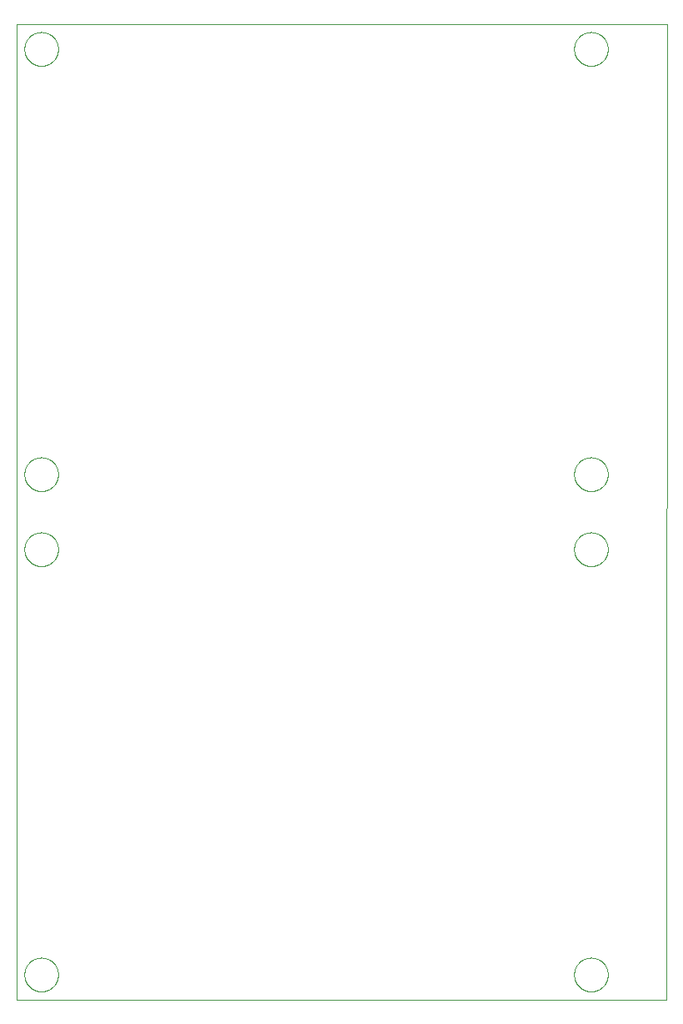
<source format=gbo>
G75*
%MOIN*%
%OFA0B0*%
%FSLAX25Y25*%
%IPPOS*%
%LPD*%
%AMOC8*
5,1,8,0,0,1.08239X$1,22.5*
%
%ADD10C,0.00000*%
D10*
X0001000Y0001000D02*
X0001039Y0391000D01*
X0261472Y0390961D01*
X0261000Y0001000D01*
X0001000Y0001000D01*
X0004250Y0011000D02*
X0004252Y0011166D01*
X0004258Y0011331D01*
X0004268Y0011497D01*
X0004283Y0011662D01*
X0004301Y0011826D01*
X0004323Y0011990D01*
X0004349Y0012154D01*
X0004380Y0012317D01*
X0004414Y0012479D01*
X0004452Y0012640D01*
X0004495Y0012800D01*
X0004541Y0012959D01*
X0004591Y0013117D01*
X0004645Y0013274D01*
X0004702Y0013429D01*
X0004764Y0013583D01*
X0004829Y0013735D01*
X0004898Y0013886D01*
X0004971Y0014035D01*
X0005047Y0014182D01*
X0005127Y0014327D01*
X0005210Y0014470D01*
X0005297Y0014611D01*
X0005388Y0014750D01*
X0005481Y0014887D01*
X0005578Y0015021D01*
X0005679Y0015153D01*
X0005782Y0015282D01*
X0005889Y0015409D01*
X0005999Y0015533D01*
X0006111Y0015654D01*
X0006227Y0015773D01*
X0006346Y0015889D01*
X0006467Y0016001D01*
X0006591Y0016111D01*
X0006718Y0016218D01*
X0006847Y0016321D01*
X0006979Y0016422D01*
X0007113Y0016519D01*
X0007250Y0016612D01*
X0007389Y0016703D01*
X0007530Y0016790D01*
X0007673Y0016873D01*
X0007818Y0016953D01*
X0007965Y0017029D01*
X0008114Y0017102D01*
X0008265Y0017171D01*
X0008417Y0017236D01*
X0008571Y0017298D01*
X0008726Y0017355D01*
X0008883Y0017409D01*
X0009041Y0017459D01*
X0009200Y0017505D01*
X0009360Y0017548D01*
X0009521Y0017586D01*
X0009683Y0017620D01*
X0009846Y0017651D01*
X0010010Y0017677D01*
X0010174Y0017699D01*
X0010338Y0017717D01*
X0010503Y0017732D01*
X0010669Y0017742D01*
X0010834Y0017748D01*
X0011000Y0017750D01*
X0011166Y0017748D01*
X0011331Y0017742D01*
X0011497Y0017732D01*
X0011662Y0017717D01*
X0011826Y0017699D01*
X0011990Y0017677D01*
X0012154Y0017651D01*
X0012317Y0017620D01*
X0012479Y0017586D01*
X0012640Y0017548D01*
X0012800Y0017505D01*
X0012959Y0017459D01*
X0013117Y0017409D01*
X0013274Y0017355D01*
X0013429Y0017298D01*
X0013583Y0017236D01*
X0013735Y0017171D01*
X0013886Y0017102D01*
X0014035Y0017029D01*
X0014182Y0016953D01*
X0014327Y0016873D01*
X0014470Y0016790D01*
X0014611Y0016703D01*
X0014750Y0016612D01*
X0014887Y0016519D01*
X0015021Y0016422D01*
X0015153Y0016321D01*
X0015282Y0016218D01*
X0015409Y0016111D01*
X0015533Y0016001D01*
X0015654Y0015889D01*
X0015773Y0015773D01*
X0015889Y0015654D01*
X0016001Y0015533D01*
X0016111Y0015409D01*
X0016218Y0015282D01*
X0016321Y0015153D01*
X0016422Y0015021D01*
X0016519Y0014887D01*
X0016612Y0014750D01*
X0016703Y0014611D01*
X0016790Y0014470D01*
X0016873Y0014327D01*
X0016953Y0014182D01*
X0017029Y0014035D01*
X0017102Y0013886D01*
X0017171Y0013735D01*
X0017236Y0013583D01*
X0017298Y0013429D01*
X0017355Y0013274D01*
X0017409Y0013117D01*
X0017459Y0012959D01*
X0017505Y0012800D01*
X0017548Y0012640D01*
X0017586Y0012479D01*
X0017620Y0012317D01*
X0017651Y0012154D01*
X0017677Y0011990D01*
X0017699Y0011826D01*
X0017717Y0011662D01*
X0017732Y0011497D01*
X0017742Y0011331D01*
X0017748Y0011166D01*
X0017750Y0011000D01*
X0017748Y0010834D01*
X0017742Y0010669D01*
X0017732Y0010503D01*
X0017717Y0010338D01*
X0017699Y0010174D01*
X0017677Y0010010D01*
X0017651Y0009846D01*
X0017620Y0009683D01*
X0017586Y0009521D01*
X0017548Y0009360D01*
X0017505Y0009200D01*
X0017459Y0009041D01*
X0017409Y0008883D01*
X0017355Y0008726D01*
X0017298Y0008571D01*
X0017236Y0008417D01*
X0017171Y0008265D01*
X0017102Y0008114D01*
X0017029Y0007965D01*
X0016953Y0007818D01*
X0016873Y0007673D01*
X0016790Y0007530D01*
X0016703Y0007389D01*
X0016612Y0007250D01*
X0016519Y0007113D01*
X0016422Y0006979D01*
X0016321Y0006847D01*
X0016218Y0006718D01*
X0016111Y0006591D01*
X0016001Y0006467D01*
X0015889Y0006346D01*
X0015773Y0006227D01*
X0015654Y0006111D01*
X0015533Y0005999D01*
X0015409Y0005889D01*
X0015282Y0005782D01*
X0015153Y0005679D01*
X0015021Y0005578D01*
X0014887Y0005481D01*
X0014750Y0005388D01*
X0014611Y0005297D01*
X0014470Y0005210D01*
X0014327Y0005127D01*
X0014182Y0005047D01*
X0014035Y0004971D01*
X0013886Y0004898D01*
X0013735Y0004829D01*
X0013583Y0004764D01*
X0013429Y0004702D01*
X0013274Y0004645D01*
X0013117Y0004591D01*
X0012959Y0004541D01*
X0012800Y0004495D01*
X0012640Y0004452D01*
X0012479Y0004414D01*
X0012317Y0004380D01*
X0012154Y0004349D01*
X0011990Y0004323D01*
X0011826Y0004301D01*
X0011662Y0004283D01*
X0011497Y0004268D01*
X0011331Y0004258D01*
X0011166Y0004252D01*
X0011000Y0004250D01*
X0010834Y0004252D01*
X0010669Y0004258D01*
X0010503Y0004268D01*
X0010338Y0004283D01*
X0010174Y0004301D01*
X0010010Y0004323D01*
X0009846Y0004349D01*
X0009683Y0004380D01*
X0009521Y0004414D01*
X0009360Y0004452D01*
X0009200Y0004495D01*
X0009041Y0004541D01*
X0008883Y0004591D01*
X0008726Y0004645D01*
X0008571Y0004702D01*
X0008417Y0004764D01*
X0008265Y0004829D01*
X0008114Y0004898D01*
X0007965Y0004971D01*
X0007818Y0005047D01*
X0007673Y0005127D01*
X0007530Y0005210D01*
X0007389Y0005297D01*
X0007250Y0005388D01*
X0007113Y0005481D01*
X0006979Y0005578D01*
X0006847Y0005679D01*
X0006718Y0005782D01*
X0006591Y0005889D01*
X0006467Y0005999D01*
X0006346Y0006111D01*
X0006227Y0006227D01*
X0006111Y0006346D01*
X0005999Y0006467D01*
X0005889Y0006591D01*
X0005782Y0006718D01*
X0005679Y0006847D01*
X0005578Y0006979D01*
X0005481Y0007113D01*
X0005388Y0007250D01*
X0005297Y0007389D01*
X0005210Y0007530D01*
X0005127Y0007673D01*
X0005047Y0007818D01*
X0004971Y0007965D01*
X0004898Y0008114D01*
X0004829Y0008265D01*
X0004764Y0008417D01*
X0004702Y0008571D01*
X0004645Y0008726D01*
X0004591Y0008883D01*
X0004541Y0009041D01*
X0004495Y0009200D01*
X0004452Y0009360D01*
X0004414Y0009521D01*
X0004380Y0009683D01*
X0004349Y0009846D01*
X0004323Y0010010D01*
X0004301Y0010174D01*
X0004283Y0010338D01*
X0004268Y0010503D01*
X0004258Y0010669D01*
X0004252Y0010834D01*
X0004250Y0011000D01*
X0004250Y0181000D02*
X0004252Y0181166D01*
X0004258Y0181331D01*
X0004268Y0181497D01*
X0004283Y0181662D01*
X0004301Y0181826D01*
X0004323Y0181990D01*
X0004349Y0182154D01*
X0004380Y0182317D01*
X0004414Y0182479D01*
X0004452Y0182640D01*
X0004495Y0182800D01*
X0004541Y0182959D01*
X0004591Y0183117D01*
X0004645Y0183274D01*
X0004702Y0183429D01*
X0004764Y0183583D01*
X0004829Y0183735D01*
X0004898Y0183886D01*
X0004971Y0184035D01*
X0005047Y0184182D01*
X0005127Y0184327D01*
X0005210Y0184470D01*
X0005297Y0184611D01*
X0005388Y0184750D01*
X0005481Y0184887D01*
X0005578Y0185021D01*
X0005679Y0185153D01*
X0005782Y0185282D01*
X0005889Y0185409D01*
X0005999Y0185533D01*
X0006111Y0185654D01*
X0006227Y0185773D01*
X0006346Y0185889D01*
X0006467Y0186001D01*
X0006591Y0186111D01*
X0006718Y0186218D01*
X0006847Y0186321D01*
X0006979Y0186422D01*
X0007113Y0186519D01*
X0007250Y0186612D01*
X0007389Y0186703D01*
X0007530Y0186790D01*
X0007673Y0186873D01*
X0007818Y0186953D01*
X0007965Y0187029D01*
X0008114Y0187102D01*
X0008265Y0187171D01*
X0008417Y0187236D01*
X0008571Y0187298D01*
X0008726Y0187355D01*
X0008883Y0187409D01*
X0009041Y0187459D01*
X0009200Y0187505D01*
X0009360Y0187548D01*
X0009521Y0187586D01*
X0009683Y0187620D01*
X0009846Y0187651D01*
X0010010Y0187677D01*
X0010174Y0187699D01*
X0010338Y0187717D01*
X0010503Y0187732D01*
X0010669Y0187742D01*
X0010834Y0187748D01*
X0011000Y0187750D01*
X0011166Y0187748D01*
X0011331Y0187742D01*
X0011497Y0187732D01*
X0011662Y0187717D01*
X0011826Y0187699D01*
X0011990Y0187677D01*
X0012154Y0187651D01*
X0012317Y0187620D01*
X0012479Y0187586D01*
X0012640Y0187548D01*
X0012800Y0187505D01*
X0012959Y0187459D01*
X0013117Y0187409D01*
X0013274Y0187355D01*
X0013429Y0187298D01*
X0013583Y0187236D01*
X0013735Y0187171D01*
X0013886Y0187102D01*
X0014035Y0187029D01*
X0014182Y0186953D01*
X0014327Y0186873D01*
X0014470Y0186790D01*
X0014611Y0186703D01*
X0014750Y0186612D01*
X0014887Y0186519D01*
X0015021Y0186422D01*
X0015153Y0186321D01*
X0015282Y0186218D01*
X0015409Y0186111D01*
X0015533Y0186001D01*
X0015654Y0185889D01*
X0015773Y0185773D01*
X0015889Y0185654D01*
X0016001Y0185533D01*
X0016111Y0185409D01*
X0016218Y0185282D01*
X0016321Y0185153D01*
X0016422Y0185021D01*
X0016519Y0184887D01*
X0016612Y0184750D01*
X0016703Y0184611D01*
X0016790Y0184470D01*
X0016873Y0184327D01*
X0016953Y0184182D01*
X0017029Y0184035D01*
X0017102Y0183886D01*
X0017171Y0183735D01*
X0017236Y0183583D01*
X0017298Y0183429D01*
X0017355Y0183274D01*
X0017409Y0183117D01*
X0017459Y0182959D01*
X0017505Y0182800D01*
X0017548Y0182640D01*
X0017586Y0182479D01*
X0017620Y0182317D01*
X0017651Y0182154D01*
X0017677Y0181990D01*
X0017699Y0181826D01*
X0017717Y0181662D01*
X0017732Y0181497D01*
X0017742Y0181331D01*
X0017748Y0181166D01*
X0017750Y0181000D01*
X0017748Y0180834D01*
X0017742Y0180669D01*
X0017732Y0180503D01*
X0017717Y0180338D01*
X0017699Y0180174D01*
X0017677Y0180010D01*
X0017651Y0179846D01*
X0017620Y0179683D01*
X0017586Y0179521D01*
X0017548Y0179360D01*
X0017505Y0179200D01*
X0017459Y0179041D01*
X0017409Y0178883D01*
X0017355Y0178726D01*
X0017298Y0178571D01*
X0017236Y0178417D01*
X0017171Y0178265D01*
X0017102Y0178114D01*
X0017029Y0177965D01*
X0016953Y0177818D01*
X0016873Y0177673D01*
X0016790Y0177530D01*
X0016703Y0177389D01*
X0016612Y0177250D01*
X0016519Y0177113D01*
X0016422Y0176979D01*
X0016321Y0176847D01*
X0016218Y0176718D01*
X0016111Y0176591D01*
X0016001Y0176467D01*
X0015889Y0176346D01*
X0015773Y0176227D01*
X0015654Y0176111D01*
X0015533Y0175999D01*
X0015409Y0175889D01*
X0015282Y0175782D01*
X0015153Y0175679D01*
X0015021Y0175578D01*
X0014887Y0175481D01*
X0014750Y0175388D01*
X0014611Y0175297D01*
X0014470Y0175210D01*
X0014327Y0175127D01*
X0014182Y0175047D01*
X0014035Y0174971D01*
X0013886Y0174898D01*
X0013735Y0174829D01*
X0013583Y0174764D01*
X0013429Y0174702D01*
X0013274Y0174645D01*
X0013117Y0174591D01*
X0012959Y0174541D01*
X0012800Y0174495D01*
X0012640Y0174452D01*
X0012479Y0174414D01*
X0012317Y0174380D01*
X0012154Y0174349D01*
X0011990Y0174323D01*
X0011826Y0174301D01*
X0011662Y0174283D01*
X0011497Y0174268D01*
X0011331Y0174258D01*
X0011166Y0174252D01*
X0011000Y0174250D01*
X0010834Y0174252D01*
X0010669Y0174258D01*
X0010503Y0174268D01*
X0010338Y0174283D01*
X0010174Y0174301D01*
X0010010Y0174323D01*
X0009846Y0174349D01*
X0009683Y0174380D01*
X0009521Y0174414D01*
X0009360Y0174452D01*
X0009200Y0174495D01*
X0009041Y0174541D01*
X0008883Y0174591D01*
X0008726Y0174645D01*
X0008571Y0174702D01*
X0008417Y0174764D01*
X0008265Y0174829D01*
X0008114Y0174898D01*
X0007965Y0174971D01*
X0007818Y0175047D01*
X0007673Y0175127D01*
X0007530Y0175210D01*
X0007389Y0175297D01*
X0007250Y0175388D01*
X0007113Y0175481D01*
X0006979Y0175578D01*
X0006847Y0175679D01*
X0006718Y0175782D01*
X0006591Y0175889D01*
X0006467Y0175999D01*
X0006346Y0176111D01*
X0006227Y0176227D01*
X0006111Y0176346D01*
X0005999Y0176467D01*
X0005889Y0176591D01*
X0005782Y0176718D01*
X0005679Y0176847D01*
X0005578Y0176979D01*
X0005481Y0177113D01*
X0005388Y0177250D01*
X0005297Y0177389D01*
X0005210Y0177530D01*
X0005127Y0177673D01*
X0005047Y0177818D01*
X0004971Y0177965D01*
X0004898Y0178114D01*
X0004829Y0178265D01*
X0004764Y0178417D01*
X0004702Y0178571D01*
X0004645Y0178726D01*
X0004591Y0178883D01*
X0004541Y0179041D01*
X0004495Y0179200D01*
X0004452Y0179360D01*
X0004414Y0179521D01*
X0004380Y0179683D01*
X0004349Y0179846D01*
X0004323Y0180010D01*
X0004301Y0180174D01*
X0004283Y0180338D01*
X0004268Y0180503D01*
X0004258Y0180669D01*
X0004252Y0180834D01*
X0004250Y0181000D01*
X0004250Y0211000D02*
X0004252Y0211166D01*
X0004258Y0211331D01*
X0004268Y0211497D01*
X0004283Y0211662D01*
X0004301Y0211826D01*
X0004323Y0211990D01*
X0004349Y0212154D01*
X0004380Y0212317D01*
X0004414Y0212479D01*
X0004452Y0212640D01*
X0004495Y0212800D01*
X0004541Y0212959D01*
X0004591Y0213117D01*
X0004645Y0213274D01*
X0004702Y0213429D01*
X0004764Y0213583D01*
X0004829Y0213735D01*
X0004898Y0213886D01*
X0004971Y0214035D01*
X0005047Y0214182D01*
X0005127Y0214327D01*
X0005210Y0214470D01*
X0005297Y0214611D01*
X0005388Y0214750D01*
X0005481Y0214887D01*
X0005578Y0215021D01*
X0005679Y0215153D01*
X0005782Y0215282D01*
X0005889Y0215409D01*
X0005999Y0215533D01*
X0006111Y0215654D01*
X0006227Y0215773D01*
X0006346Y0215889D01*
X0006467Y0216001D01*
X0006591Y0216111D01*
X0006718Y0216218D01*
X0006847Y0216321D01*
X0006979Y0216422D01*
X0007113Y0216519D01*
X0007250Y0216612D01*
X0007389Y0216703D01*
X0007530Y0216790D01*
X0007673Y0216873D01*
X0007818Y0216953D01*
X0007965Y0217029D01*
X0008114Y0217102D01*
X0008265Y0217171D01*
X0008417Y0217236D01*
X0008571Y0217298D01*
X0008726Y0217355D01*
X0008883Y0217409D01*
X0009041Y0217459D01*
X0009200Y0217505D01*
X0009360Y0217548D01*
X0009521Y0217586D01*
X0009683Y0217620D01*
X0009846Y0217651D01*
X0010010Y0217677D01*
X0010174Y0217699D01*
X0010338Y0217717D01*
X0010503Y0217732D01*
X0010669Y0217742D01*
X0010834Y0217748D01*
X0011000Y0217750D01*
X0011166Y0217748D01*
X0011331Y0217742D01*
X0011497Y0217732D01*
X0011662Y0217717D01*
X0011826Y0217699D01*
X0011990Y0217677D01*
X0012154Y0217651D01*
X0012317Y0217620D01*
X0012479Y0217586D01*
X0012640Y0217548D01*
X0012800Y0217505D01*
X0012959Y0217459D01*
X0013117Y0217409D01*
X0013274Y0217355D01*
X0013429Y0217298D01*
X0013583Y0217236D01*
X0013735Y0217171D01*
X0013886Y0217102D01*
X0014035Y0217029D01*
X0014182Y0216953D01*
X0014327Y0216873D01*
X0014470Y0216790D01*
X0014611Y0216703D01*
X0014750Y0216612D01*
X0014887Y0216519D01*
X0015021Y0216422D01*
X0015153Y0216321D01*
X0015282Y0216218D01*
X0015409Y0216111D01*
X0015533Y0216001D01*
X0015654Y0215889D01*
X0015773Y0215773D01*
X0015889Y0215654D01*
X0016001Y0215533D01*
X0016111Y0215409D01*
X0016218Y0215282D01*
X0016321Y0215153D01*
X0016422Y0215021D01*
X0016519Y0214887D01*
X0016612Y0214750D01*
X0016703Y0214611D01*
X0016790Y0214470D01*
X0016873Y0214327D01*
X0016953Y0214182D01*
X0017029Y0214035D01*
X0017102Y0213886D01*
X0017171Y0213735D01*
X0017236Y0213583D01*
X0017298Y0213429D01*
X0017355Y0213274D01*
X0017409Y0213117D01*
X0017459Y0212959D01*
X0017505Y0212800D01*
X0017548Y0212640D01*
X0017586Y0212479D01*
X0017620Y0212317D01*
X0017651Y0212154D01*
X0017677Y0211990D01*
X0017699Y0211826D01*
X0017717Y0211662D01*
X0017732Y0211497D01*
X0017742Y0211331D01*
X0017748Y0211166D01*
X0017750Y0211000D01*
X0017748Y0210834D01*
X0017742Y0210669D01*
X0017732Y0210503D01*
X0017717Y0210338D01*
X0017699Y0210174D01*
X0017677Y0210010D01*
X0017651Y0209846D01*
X0017620Y0209683D01*
X0017586Y0209521D01*
X0017548Y0209360D01*
X0017505Y0209200D01*
X0017459Y0209041D01*
X0017409Y0208883D01*
X0017355Y0208726D01*
X0017298Y0208571D01*
X0017236Y0208417D01*
X0017171Y0208265D01*
X0017102Y0208114D01*
X0017029Y0207965D01*
X0016953Y0207818D01*
X0016873Y0207673D01*
X0016790Y0207530D01*
X0016703Y0207389D01*
X0016612Y0207250D01*
X0016519Y0207113D01*
X0016422Y0206979D01*
X0016321Y0206847D01*
X0016218Y0206718D01*
X0016111Y0206591D01*
X0016001Y0206467D01*
X0015889Y0206346D01*
X0015773Y0206227D01*
X0015654Y0206111D01*
X0015533Y0205999D01*
X0015409Y0205889D01*
X0015282Y0205782D01*
X0015153Y0205679D01*
X0015021Y0205578D01*
X0014887Y0205481D01*
X0014750Y0205388D01*
X0014611Y0205297D01*
X0014470Y0205210D01*
X0014327Y0205127D01*
X0014182Y0205047D01*
X0014035Y0204971D01*
X0013886Y0204898D01*
X0013735Y0204829D01*
X0013583Y0204764D01*
X0013429Y0204702D01*
X0013274Y0204645D01*
X0013117Y0204591D01*
X0012959Y0204541D01*
X0012800Y0204495D01*
X0012640Y0204452D01*
X0012479Y0204414D01*
X0012317Y0204380D01*
X0012154Y0204349D01*
X0011990Y0204323D01*
X0011826Y0204301D01*
X0011662Y0204283D01*
X0011497Y0204268D01*
X0011331Y0204258D01*
X0011166Y0204252D01*
X0011000Y0204250D01*
X0010834Y0204252D01*
X0010669Y0204258D01*
X0010503Y0204268D01*
X0010338Y0204283D01*
X0010174Y0204301D01*
X0010010Y0204323D01*
X0009846Y0204349D01*
X0009683Y0204380D01*
X0009521Y0204414D01*
X0009360Y0204452D01*
X0009200Y0204495D01*
X0009041Y0204541D01*
X0008883Y0204591D01*
X0008726Y0204645D01*
X0008571Y0204702D01*
X0008417Y0204764D01*
X0008265Y0204829D01*
X0008114Y0204898D01*
X0007965Y0204971D01*
X0007818Y0205047D01*
X0007673Y0205127D01*
X0007530Y0205210D01*
X0007389Y0205297D01*
X0007250Y0205388D01*
X0007113Y0205481D01*
X0006979Y0205578D01*
X0006847Y0205679D01*
X0006718Y0205782D01*
X0006591Y0205889D01*
X0006467Y0205999D01*
X0006346Y0206111D01*
X0006227Y0206227D01*
X0006111Y0206346D01*
X0005999Y0206467D01*
X0005889Y0206591D01*
X0005782Y0206718D01*
X0005679Y0206847D01*
X0005578Y0206979D01*
X0005481Y0207113D01*
X0005388Y0207250D01*
X0005297Y0207389D01*
X0005210Y0207530D01*
X0005127Y0207673D01*
X0005047Y0207818D01*
X0004971Y0207965D01*
X0004898Y0208114D01*
X0004829Y0208265D01*
X0004764Y0208417D01*
X0004702Y0208571D01*
X0004645Y0208726D01*
X0004591Y0208883D01*
X0004541Y0209041D01*
X0004495Y0209200D01*
X0004452Y0209360D01*
X0004414Y0209521D01*
X0004380Y0209683D01*
X0004349Y0209846D01*
X0004323Y0210010D01*
X0004301Y0210174D01*
X0004283Y0210338D01*
X0004268Y0210503D01*
X0004258Y0210669D01*
X0004252Y0210834D01*
X0004250Y0211000D01*
X0004250Y0381000D02*
X0004252Y0381166D01*
X0004258Y0381331D01*
X0004268Y0381497D01*
X0004283Y0381662D01*
X0004301Y0381826D01*
X0004323Y0381990D01*
X0004349Y0382154D01*
X0004380Y0382317D01*
X0004414Y0382479D01*
X0004452Y0382640D01*
X0004495Y0382800D01*
X0004541Y0382959D01*
X0004591Y0383117D01*
X0004645Y0383274D01*
X0004702Y0383429D01*
X0004764Y0383583D01*
X0004829Y0383735D01*
X0004898Y0383886D01*
X0004971Y0384035D01*
X0005047Y0384182D01*
X0005127Y0384327D01*
X0005210Y0384470D01*
X0005297Y0384611D01*
X0005388Y0384750D01*
X0005481Y0384887D01*
X0005578Y0385021D01*
X0005679Y0385153D01*
X0005782Y0385282D01*
X0005889Y0385409D01*
X0005999Y0385533D01*
X0006111Y0385654D01*
X0006227Y0385773D01*
X0006346Y0385889D01*
X0006467Y0386001D01*
X0006591Y0386111D01*
X0006718Y0386218D01*
X0006847Y0386321D01*
X0006979Y0386422D01*
X0007113Y0386519D01*
X0007250Y0386612D01*
X0007389Y0386703D01*
X0007530Y0386790D01*
X0007673Y0386873D01*
X0007818Y0386953D01*
X0007965Y0387029D01*
X0008114Y0387102D01*
X0008265Y0387171D01*
X0008417Y0387236D01*
X0008571Y0387298D01*
X0008726Y0387355D01*
X0008883Y0387409D01*
X0009041Y0387459D01*
X0009200Y0387505D01*
X0009360Y0387548D01*
X0009521Y0387586D01*
X0009683Y0387620D01*
X0009846Y0387651D01*
X0010010Y0387677D01*
X0010174Y0387699D01*
X0010338Y0387717D01*
X0010503Y0387732D01*
X0010669Y0387742D01*
X0010834Y0387748D01*
X0011000Y0387750D01*
X0011166Y0387748D01*
X0011331Y0387742D01*
X0011497Y0387732D01*
X0011662Y0387717D01*
X0011826Y0387699D01*
X0011990Y0387677D01*
X0012154Y0387651D01*
X0012317Y0387620D01*
X0012479Y0387586D01*
X0012640Y0387548D01*
X0012800Y0387505D01*
X0012959Y0387459D01*
X0013117Y0387409D01*
X0013274Y0387355D01*
X0013429Y0387298D01*
X0013583Y0387236D01*
X0013735Y0387171D01*
X0013886Y0387102D01*
X0014035Y0387029D01*
X0014182Y0386953D01*
X0014327Y0386873D01*
X0014470Y0386790D01*
X0014611Y0386703D01*
X0014750Y0386612D01*
X0014887Y0386519D01*
X0015021Y0386422D01*
X0015153Y0386321D01*
X0015282Y0386218D01*
X0015409Y0386111D01*
X0015533Y0386001D01*
X0015654Y0385889D01*
X0015773Y0385773D01*
X0015889Y0385654D01*
X0016001Y0385533D01*
X0016111Y0385409D01*
X0016218Y0385282D01*
X0016321Y0385153D01*
X0016422Y0385021D01*
X0016519Y0384887D01*
X0016612Y0384750D01*
X0016703Y0384611D01*
X0016790Y0384470D01*
X0016873Y0384327D01*
X0016953Y0384182D01*
X0017029Y0384035D01*
X0017102Y0383886D01*
X0017171Y0383735D01*
X0017236Y0383583D01*
X0017298Y0383429D01*
X0017355Y0383274D01*
X0017409Y0383117D01*
X0017459Y0382959D01*
X0017505Y0382800D01*
X0017548Y0382640D01*
X0017586Y0382479D01*
X0017620Y0382317D01*
X0017651Y0382154D01*
X0017677Y0381990D01*
X0017699Y0381826D01*
X0017717Y0381662D01*
X0017732Y0381497D01*
X0017742Y0381331D01*
X0017748Y0381166D01*
X0017750Y0381000D01*
X0017748Y0380834D01*
X0017742Y0380669D01*
X0017732Y0380503D01*
X0017717Y0380338D01*
X0017699Y0380174D01*
X0017677Y0380010D01*
X0017651Y0379846D01*
X0017620Y0379683D01*
X0017586Y0379521D01*
X0017548Y0379360D01*
X0017505Y0379200D01*
X0017459Y0379041D01*
X0017409Y0378883D01*
X0017355Y0378726D01*
X0017298Y0378571D01*
X0017236Y0378417D01*
X0017171Y0378265D01*
X0017102Y0378114D01*
X0017029Y0377965D01*
X0016953Y0377818D01*
X0016873Y0377673D01*
X0016790Y0377530D01*
X0016703Y0377389D01*
X0016612Y0377250D01*
X0016519Y0377113D01*
X0016422Y0376979D01*
X0016321Y0376847D01*
X0016218Y0376718D01*
X0016111Y0376591D01*
X0016001Y0376467D01*
X0015889Y0376346D01*
X0015773Y0376227D01*
X0015654Y0376111D01*
X0015533Y0375999D01*
X0015409Y0375889D01*
X0015282Y0375782D01*
X0015153Y0375679D01*
X0015021Y0375578D01*
X0014887Y0375481D01*
X0014750Y0375388D01*
X0014611Y0375297D01*
X0014470Y0375210D01*
X0014327Y0375127D01*
X0014182Y0375047D01*
X0014035Y0374971D01*
X0013886Y0374898D01*
X0013735Y0374829D01*
X0013583Y0374764D01*
X0013429Y0374702D01*
X0013274Y0374645D01*
X0013117Y0374591D01*
X0012959Y0374541D01*
X0012800Y0374495D01*
X0012640Y0374452D01*
X0012479Y0374414D01*
X0012317Y0374380D01*
X0012154Y0374349D01*
X0011990Y0374323D01*
X0011826Y0374301D01*
X0011662Y0374283D01*
X0011497Y0374268D01*
X0011331Y0374258D01*
X0011166Y0374252D01*
X0011000Y0374250D01*
X0010834Y0374252D01*
X0010669Y0374258D01*
X0010503Y0374268D01*
X0010338Y0374283D01*
X0010174Y0374301D01*
X0010010Y0374323D01*
X0009846Y0374349D01*
X0009683Y0374380D01*
X0009521Y0374414D01*
X0009360Y0374452D01*
X0009200Y0374495D01*
X0009041Y0374541D01*
X0008883Y0374591D01*
X0008726Y0374645D01*
X0008571Y0374702D01*
X0008417Y0374764D01*
X0008265Y0374829D01*
X0008114Y0374898D01*
X0007965Y0374971D01*
X0007818Y0375047D01*
X0007673Y0375127D01*
X0007530Y0375210D01*
X0007389Y0375297D01*
X0007250Y0375388D01*
X0007113Y0375481D01*
X0006979Y0375578D01*
X0006847Y0375679D01*
X0006718Y0375782D01*
X0006591Y0375889D01*
X0006467Y0375999D01*
X0006346Y0376111D01*
X0006227Y0376227D01*
X0006111Y0376346D01*
X0005999Y0376467D01*
X0005889Y0376591D01*
X0005782Y0376718D01*
X0005679Y0376847D01*
X0005578Y0376979D01*
X0005481Y0377113D01*
X0005388Y0377250D01*
X0005297Y0377389D01*
X0005210Y0377530D01*
X0005127Y0377673D01*
X0005047Y0377818D01*
X0004971Y0377965D01*
X0004898Y0378114D01*
X0004829Y0378265D01*
X0004764Y0378417D01*
X0004702Y0378571D01*
X0004645Y0378726D01*
X0004591Y0378883D01*
X0004541Y0379041D01*
X0004495Y0379200D01*
X0004452Y0379360D01*
X0004414Y0379521D01*
X0004380Y0379683D01*
X0004349Y0379846D01*
X0004323Y0380010D01*
X0004301Y0380174D01*
X0004283Y0380338D01*
X0004268Y0380503D01*
X0004258Y0380669D01*
X0004252Y0380834D01*
X0004250Y0381000D01*
X0224250Y0381000D02*
X0224252Y0381166D01*
X0224258Y0381331D01*
X0224268Y0381497D01*
X0224283Y0381662D01*
X0224301Y0381826D01*
X0224323Y0381990D01*
X0224349Y0382154D01*
X0224380Y0382317D01*
X0224414Y0382479D01*
X0224452Y0382640D01*
X0224495Y0382800D01*
X0224541Y0382959D01*
X0224591Y0383117D01*
X0224645Y0383274D01*
X0224702Y0383429D01*
X0224764Y0383583D01*
X0224829Y0383735D01*
X0224898Y0383886D01*
X0224971Y0384035D01*
X0225047Y0384182D01*
X0225127Y0384327D01*
X0225210Y0384470D01*
X0225297Y0384611D01*
X0225388Y0384750D01*
X0225481Y0384887D01*
X0225578Y0385021D01*
X0225679Y0385153D01*
X0225782Y0385282D01*
X0225889Y0385409D01*
X0225999Y0385533D01*
X0226111Y0385654D01*
X0226227Y0385773D01*
X0226346Y0385889D01*
X0226467Y0386001D01*
X0226591Y0386111D01*
X0226718Y0386218D01*
X0226847Y0386321D01*
X0226979Y0386422D01*
X0227113Y0386519D01*
X0227250Y0386612D01*
X0227389Y0386703D01*
X0227530Y0386790D01*
X0227673Y0386873D01*
X0227818Y0386953D01*
X0227965Y0387029D01*
X0228114Y0387102D01*
X0228265Y0387171D01*
X0228417Y0387236D01*
X0228571Y0387298D01*
X0228726Y0387355D01*
X0228883Y0387409D01*
X0229041Y0387459D01*
X0229200Y0387505D01*
X0229360Y0387548D01*
X0229521Y0387586D01*
X0229683Y0387620D01*
X0229846Y0387651D01*
X0230010Y0387677D01*
X0230174Y0387699D01*
X0230338Y0387717D01*
X0230503Y0387732D01*
X0230669Y0387742D01*
X0230834Y0387748D01*
X0231000Y0387750D01*
X0231166Y0387748D01*
X0231331Y0387742D01*
X0231497Y0387732D01*
X0231662Y0387717D01*
X0231826Y0387699D01*
X0231990Y0387677D01*
X0232154Y0387651D01*
X0232317Y0387620D01*
X0232479Y0387586D01*
X0232640Y0387548D01*
X0232800Y0387505D01*
X0232959Y0387459D01*
X0233117Y0387409D01*
X0233274Y0387355D01*
X0233429Y0387298D01*
X0233583Y0387236D01*
X0233735Y0387171D01*
X0233886Y0387102D01*
X0234035Y0387029D01*
X0234182Y0386953D01*
X0234327Y0386873D01*
X0234470Y0386790D01*
X0234611Y0386703D01*
X0234750Y0386612D01*
X0234887Y0386519D01*
X0235021Y0386422D01*
X0235153Y0386321D01*
X0235282Y0386218D01*
X0235409Y0386111D01*
X0235533Y0386001D01*
X0235654Y0385889D01*
X0235773Y0385773D01*
X0235889Y0385654D01*
X0236001Y0385533D01*
X0236111Y0385409D01*
X0236218Y0385282D01*
X0236321Y0385153D01*
X0236422Y0385021D01*
X0236519Y0384887D01*
X0236612Y0384750D01*
X0236703Y0384611D01*
X0236790Y0384470D01*
X0236873Y0384327D01*
X0236953Y0384182D01*
X0237029Y0384035D01*
X0237102Y0383886D01*
X0237171Y0383735D01*
X0237236Y0383583D01*
X0237298Y0383429D01*
X0237355Y0383274D01*
X0237409Y0383117D01*
X0237459Y0382959D01*
X0237505Y0382800D01*
X0237548Y0382640D01*
X0237586Y0382479D01*
X0237620Y0382317D01*
X0237651Y0382154D01*
X0237677Y0381990D01*
X0237699Y0381826D01*
X0237717Y0381662D01*
X0237732Y0381497D01*
X0237742Y0381331D01*
X0237748Y0381166D01*
X0237750Y0381000D01*
X0237748Y0380834D01*
X0237742Y0380669D01*
X0237732Y0380503D01*
X0237717Y0380338D01*
X0237699Y0380174D01*
X0237677Y0380010D01*
X0237651Y0379846D01*
X0237620Y0379683D01*
X0237586Y0379521D01*
X0237548Y0379360D01*
X0237505Y0379200D01*
X0237459Y0379041D01*
X0237409Y0378883D01*
X0237355Y0378726D01*
X0237298Y0378571D01*
X0237236Y0378417D01*
X0237171Y0378265D01*
X0237102Y0378114D01*
X0237029Y0377965D01*
X0236953Y0377818D01*
X0236873Y0377673D01*
X0236790Y0377530D01*
X0236703Y0377389D01*
X0236612Y0377250D01*
X0236519Y0377113D01*
X0236422Y0376979D01*
X0236321Y0376847D01*
X0236218Y0376718D01*
X0236111Y0376591D01*
X0236001Y0376467D01*
X0235889Y0376346D01*
X0235773Y0376227D01*
X0235654Y0376111D01*
X0235533Y0375999D01*
X0235409Y0375889D01*
X0235282Y0375782D01*
X0235153Y0375679D01*
X0235021Y0375578D01*
X0234887Y0375481D01*
X0234750Y0375388D01*
X0234611Y0375297D01*
X0234470Y0375210D01*
X0234327Y0375127D01*
X0234182Y0375047D01*
X0234035Y0374971D01*
X0233886Y0374898D01*
X0233735Y0374829D01*
X0233583Y0374764D01*
X0233429Y0374702D01*
X0233274Y0374645D01*
X0233117Y0374591D01*
X0232959Y0374541D01*
X0232800Y0374495D01*
X0232640Y0374452D01*
X0232479Y0374414D01*
X0232317Y0374380D01*
X0232154Y0374349D01*
X0231990Y0374323D01*
X0231826Y0374301D01*
X0231662Y0374283D01*
X0231497Y0374268D01*
X0231331Y0374258D01*
X0231166Y0374252D01*
X0231000Y0374250D01*
X0230834Y0374252D01*
X0230669Y0374258D01*
X0230503Y0374268D01*
X0230338Y0374283D01*
X0230174Y0374301D01*
X0230010Y0374323D01*
X0229846Y0374349D01*
X0229683Y0374380D01*
X0229521Y0374414D01*
X0229360Y0374452D01*
X0229200Y0374495D01*
X0229041Y0374541D01*
X0228883Y0374591D01*
X0228726Y0374645D01*
X0228571Y0374702D01*
X0228417Y0374764D01*
X0228265Y0374829D01*
X0228114Y0374898D01*
X0227965Y0374971D01*
X0227818Y0375047D01*
X0227673Y0375127D01*
X0227530Y0375210D01*
X0227389Y0375297D01*
X0227250Y0375388D01*
X0227113Y0375481D01*
X0226979Y0375578D01*
X0226847Y0375679D01*
X0226718Y0375782D01*
X0226591Y0375889D01*
X0226467Y0375999D01*
X0226346Y0376111D01*
X0226227Y0376227D01*
X0226111Y0376346D01*
X0225999Y0376467D01*
X0225889Y0376591D01*
X0225782Y0376718D01*
X0225679Y0376847D01*
X0225578Y0376979D01*
X0225481Y0377113D01*
X0225388Y0377250D01*
X0225297Y0377389D01*
X0225210Y0377530D01*
X0225127Y0377673D01*
X0225047Y0377818D01*
X0224971Y0377965D01*
X0224898Y0378114D01*
X0224829Y0378265D01*
X0224764Y0378417D01*
X0224702Y0378571D01*
X0224645Y0378726D01*
X0224591Y0378883D01*
X0224541Y0379041D01*
X0224495Y0379200D01*
X0224452Y0379360D01*
X0224414Y0379521D01*
X0224380Y0379683D01*
X0224349Y0379846D01*
X0224323Y0380010D01*
X0224301Y0380174D01*
X0224283Y0380338D01*
X0224268Y0380503D01*
X0224258Y0380669D01*
X0224252Y0380834D01*
X0224250Y0381000D01*
X0224250Y0211000D02*
X0224252Y0211166D01*
X0224258Y0211331D01*
X0224268Y0211497D01*
X0224283Y0211662D01*
X0224301Y0211826D01*
X0224323Y0211990D01*
X0224349Y0212154D01*
X0224380Y0212317D01*
X0224414Y0212479D01*
X0224452Y0212640D01*
X0224495Y0212800D01*
X0224541Y0212959D01*
X0224591Y0213117D01*
X0224645Y0213274D01*
X0224702Y0213429D01*
X0224764Y0213583D01*
X0224829Y0213735D01*
X0224898Y0213886D01*
X0224971Y0214035D01*
X0225047Y0214182D01*
X0225127Y0214327D01*
X0225210Y0214470D01*
X0225297Y0214611D01*
X0225388Y0214750D01*
X0225481Y0214887D01*
X0225578Y0215021D01*
X0225679Y0215153D01*
X0225782Y0215282D01*
X0225889Y0215409D01*
X0225999Y0215533D01*
X0226111Y0215654D01*
X0226227Y0215773D01*
X0226346Y0215889D01*
X0226467Y0216001D01*
X0226591Y0216111D01*
X0226718Y0216218D01*
X0226847Y0216321D01*
X0226979Y0216422D01*
X0227113Y0216519D01*
X0227250Y0216612D01*
X0227389Y0216703D01*
X0227530Y0216790D01*
X0227673Y0216873D01*
X0227818Y0216953D01*
X0227965Y0217029D01*
X0228114Y0217102D01*
X0228265Y0217171D01*
X0228417Y0217236D01*
X0228571Y0217298D01*
X0228726Y0217355D01*
X0228883Y0217409D01*
X0229041Y0217459D01*
X0229200Y0217505D01*
X0229360Y0217548D01*
X0229521Y0217586D01*
X0229683Y0217620D01*
X0229846Y0217651D01*
X0230010Y0217677D01*
X0230174Y0217699D01*
X0230338Y0217717D01*
X0230503Y0217732D01*
X0230669Y0217742D01*
X0230834Y0217748D01*
X0231000Y0217750D01*
X0231166Y0217748D01*
X0231331Y0217742D01*
X0231497Y0217732D01*
X0231662Y0217717D01*
X0231826Y0217699D01*
X0231990Y0217677D01*
X0232154Y0217651D01*
X0232317Y0217620D01*
X0232479Y0217586D01*
X0232640Y0217548D01*
X0232800Y0217505D01*
X0232959Y0217459D01*
X0233117Y0217409D01*
X0233274Y0217355D01*
X0233429Y0217298D01*
X0233583Y0217236D01*
X0233735Y0217171D01*
X0233886Y0217102D01*
X0234035Y0217029D01*
X0234182Y0216953D01*
X0234327Y0216873D01*
X0234470Y0216790D01*
X0234611Y0216703D01*
X0234750Y0216612D01*
X0234887Y0216519D01*
X0235021Y0216422D01*
X0235153Y0216321D01*
X0235282Y0216218D01*
X0235409Y0216111D01*
X0235533Y0216001D01*
X0235654Y0215889D01*
X0235773Y0215773D01*
X0235889Y0215654D01*
X0236001Y0215533D01*
X0236111Y0215409D01*
X0236218Y0215282D01*
X0236321Y0215153D01*
X0236422Y0215021D01*
X0236519Y0214887D01*
X0236612Y0214750D01*
X0236703Y0214611D01*
X0236790Y0214470D01*
X0236873Y0214327D01*
X0236953Y0214182D01*
X0237029Y0214035D01*
X0237102Y0213886D01*
X0237171Y0213735D01*
X0237236Y0213583D01*
X0237298Y0213429D01*
X0237355Y0213274D01*
X0237409Y0213117D01*
X0237459Y0212959D01*
X0237505Y0212800D01*
X0237548Y0212640D01*
X0237586Y0212479D01*
X0237620Y0212317D01*
X0237651Y0212154D01*
X0237677Y0211990D01*
X0237699Y0211826D01*
X0237717Y0211662D01*
X0237732Y0211497D01*
X0237742Y0211331D01*
X0237748Y0211166D01*
X0237750Y0211000D01*
X0237748Y0210834D01*
X0237742Y0210669D01*
X0237732Y0210503D01*
X0237717Y0210338D01*
X0237699Y0210174D01*
X0237677Y0210010D01*
X0237651Y0209846D01*
X0237620Y0209683D01*
X0237586Y0209521D01*
X0237548Y0209360D01*
X0237505Y0209200D01*
X0237459Y0209041D01*
X0237409Y0208883D01*
X0237355Y0208726D01*
X0237298Y0208571D01*
X0237236Y0208417D01*
X0237171Y0208265D01*
X0237102Y0208114D01*
X0237029Y0207965D01*
X0236953Y0207818D01*
X0236873Y0207673D01*
X0236790Y0207530D01*
X0236703Y0207389D01*
X0236612Y0207250D01*
X0236519Y0207113D01*
X0236422Y0206979D01*
X0236321Y0206847D01*
X0236218Y0206718D01*
X0236111Y0206591D01*
X0236001Y0206467D01*
X0235889Y0206346D01*
X0235773Y0206227D01*
X0235654Y0206111D01*
X0235533Y0205999D01*
X0235409Y0205889D01*
X0235282Y0205782D01*
X0235153Y0205679D01*
X0235021Y0205578D01*
X0234887Y0205481D01*
X0234750Y0205388D01*
X0234611Y0205297D01*
X0234470Y0205210D01*
X0234327Y0205127D01*
X0234182Y0205047D01*
X0234035Y0204971D01*
X0233886Y0204898D01*
X0233735Y0204829D01*
X0233583Y0204764D01*
X0233429Y0204702D01*
X0233274Y0204645D01*
X0233117Y0204591D01*
X0232959Y0204541D01*
X0232800Y0204495D01*
X0232640Y0204452D01*
X0232479Y0204414D01*
X0232317Y0204380D01*
X0232154Y0204349D01*
X0231990Y0204323D01*
X0231826Y0204301D01*
X0231662Y0204283D01*
X0231497Y0204268D01*
X0231331Y0204258D01*
X0231166Y0204252D01*
X0231000Y0204250D01*
X0230834Y0204252D01*
X0230669Y0204258D01*
X0230503Y0204268D01*
X0230338Y0204283D01*
X0230174Y0204301D01*
X0230010Y0204323D01*
X0229846Y0204349D01*
X0229683Y0204380D01*
X0229521Y0204414D01*
X0229360Y0204452D01*
X0229200Y0204495D01*
X0229041Y0204541D01*
X0228883Y0204591D01*
X0228726Y0204645D01*
X0228571Y0204702D01*
X0228417Y0204764D01*
X0228265Y0204829D01*
X0228114Y0204898D01*
X0227965Y0204971D01*
X0227818Y0205047D01*
X0227673Y0205127D01*
X0227530Y0205210D01*
X0227389Y0205297D01*
X0227250Y0205388D01*
X0227113Y0205481D01*
X0226979Y0205578D01*
X0226847Y0205679D01*
X0226718Y0205782D01*
X0226591Y0205889D01*
X0226467Y0205999D01*
X0226346Y0206111D01*
X0226227Y0206227D01*
X0226111Y0206346D01*
X0225999Y0206467D01*
X0225889Y0206591D01*
X0225782Y0206718D01*
X0225679Y0206847D01*
X0225578Y0206979D01*
X0225481Y0207113D01*
X0225388Y0207250D01*
X0225297Y0207389D01*
X0225210Y0207530D01*
X0225127Y0207673D01*
X0225047Y0207818D01*
X0224971Y0207965D01*
X0224898Y0208114D01*
X0224829Y0208265D01*
X0224764Y0208417D01*
X0224702Y0208571D01*
X0224645Y0208726D01*
X0224591Y0208883D01*
X0224541Y0209041D01*
X0224495Y0209200D01*
X0224452Y0209360D01*
X0224414Y0209521D01*
X0224380Y0209683D01*
X0224349Y0209846D01*
X0224323Y0210010D01*
X0224301Y0210174D01*
X0224283Y0210338D01*
X0224268Y0210503D01*
X0224258Y0210669D01*
X0224252Y0210834D01*
X0224250Y0211000D01*
X0224250Y0181000D02*
X0224252Y0181166D01*
X0224258Y0181331D01*
X0224268Y0181497D01*
X0224283Y0181662D01*
X0224301Y0181826D01*
X0224323Y0181990D01*
X0224349Y0182154D01*
X0224380Y0182317D01*
X0224414Y0182479D01*
X0224452Y0182640D01*
X0224495Y0182800D01*
X0224541Y0182959D01*
X0224591Y0183117D01*
X0224645Y0183274D01*
X0224702Y0183429D01*
X0224764Y0183583D01*
X0224829Y0183735D01*
X0224898Y0183886D01*
X0224971Y0184035D01*
X0225047Y0184182D01*
X0225127Y0184327D01*
X0225210Y0184470D01*
X0225297Y0184611D01*
X0225388Y0184750D01*
X0225481Y0184887D01*
X0225578Y0185021D01*
X0225679Y0185153D01*
X0225782Y0185282D01*
X0225889Y0185409D01*
X0225999Y0185533D01*
X0226111Y0185654D01*
X0226227Y0185773D01*
X0226346Y0185889D01*
X0226467Y0186001D01*
X0226591Y0186111D01*
X0226718Y0186218D01*
X0226847Y0186321D01*
X0226979Y0186422D01*
X0227113Y0186519D01*
X0227250Y0186612D01*
X0227389Y0186703D01*
X0227530Y0186790D01*
X0227673Y0186873D01*
X0227818Y0186953D01*
X0227965Y0187029D01*
X0228114Y0187102D01*
X0228265Y0187171D01*
X0228417Y0187236D01*
X0228571Y0187298D01*
X0228726Y0187355D01*
X0228883Y0187409D01*
X0229041Y0187459D01*
X0229200Y0187505D01*
X0229360Y0187548D01*
X0229521Y0187586D01*
X0229683Y0187620D01*
X0229846Y0187651D01*
X0230010Y0187677D01*
X0230174Y0187699D01*
X0230338Y0187717D01*
X0230503Y0187732D01*
X0230669Y0187742D01*
X0230834Y0187748D01*
X0231000Y0187750D01*
X0231166Y0187748D01*
X0231331Y0187742D01*
X0231497Y0187732D01*
X0231662Y0187717D01*
X0231826Y0187699D01*
X0231990Y0187677D01*
X0232154Y0187651D01*
X0232317Y0187620D01*
X0232479Y0187586D01*
X0232640Y0187548D01*
X0232800Y0187505D01*
X0232959Y0187459D01*
X0233117Y0187409D01*
X0233274Y0187355D01*
X0233429Y0187298D01*
X0233583Y0187236D01*
X0233735Y0187171D01*
X0233886Y0187102D01*
X0234035Y0187029D01*
X0234182Y0186953D01*
X0234327Y0186873D01*
X0234470Y0186790D01*
X0234611Y0186703D01*
X0234750Y0186612D01*
X0234887Y0186519D01*
X0235021Y0186422D01*
X0235153Y0186321D01*
X0235282Y0186218D01*
X0235409Y0186111D01*
X0235533Y0186001D01*
X0235654Y0185889D01*
X0235773Y0185773D01*
X0235889Y0185654D01*
X0236001Y0185533D01*
X0236111Y0185409D01*
X0236218Y0185282D01*
X0236321Y0185153D01*
X0236422Y0185021D01*
X0236519Y0184887D01*
X0236612Y0184750D01*
X0236703Y0184611D01*
X0236790Y0184470D01*
X0236873Y0184327D01*
X0236953Y0184182D01*
X0237029Y0184035D01*
X0237102Y0183886D01*
X0237171Y0183735D01*
X0237236Y0183583D01*
X0237298Y0183429D01*
X0237355Y0183274D01*
X0237409Y0183117D01*
X0237459Y0182959D01*
X0237505Y0182800D01*
X0237548Y0182640D01*
X0237586Y0182479D01*
X0237620Y0182317D01*
X0237651Y0182154D01*
X0237677Y0181990D01*
X0237699Y0181826D01*
X0237717Y0181662D01*
X0237732Y0181497D01*
X0237742Y0181331D01*
X0237748Y0181166D01*
X0237750Y0181000D01*
X0237748Y0180834D01*
X0237742Y0180669D01*
X0237732Y0180503D01*
X0237717Y0180338D01*
X0237699Y0180174D01*
X0237677Y0180010D01*
X0237651Y0179846D01*
X0237620Y0179683D01*
X0237586Y0179521D01*
X0237548Y0179360D01*
X0237505Y0179200D01*
X0237459Y0179041D01*
X0237409Y0178883D01*
X0237355Y0178726D01*
X0237298Y0178571D01*
X0237236Y0178417D01*
X0237171Y0178265D01*
X0237102Y0178114D01*
X0237029Y0177965D01*
X0236953Y0177818D01*
X0236873Y0177673D01*
X0236790Y0177530D01*
X0236703Y0177389D01*
X0236612Y0177250D01*
X0236519Y0177113D01*
X0236422Y0176979D01*
X0236321Y0176847D01*
X0236218Y0176718D01*
X0236111Y0176591D01*
X0236001Y0176467D01*
X0235889Y0176346D01*
X0235773Y0176227D01*
X0235654Y0176111D01*
X0235533Y0175999D01*
X0235409Y0175889D01*
X0235282Y0175782D01*
X0235153Y0175679D01*
X0235021Y0175578D01*
X0234887Y0175481D01*
X0234750Y0175388D01*
X0234611Y0175297D01*
X0234470Y0175210D01*
X0234327Y0175127D01*
X0234182Y0175047D01*
X0234035Y0174971D01*
X0233886Y0174898D01*
X0233735Y0174829D01*
X0233583Y0174764D01*
X0233429Y0174702D01*
X0233274Y0174645D01*
X0233117Y0174591D01*
X0232959Y0174541D01*
X0232800Y0174495D01*
X0232640Y0174452D01*
X0232479Y0174414D01*
X0232317Y0174380D01*
X0232154Y0174349D01*
X0231990Y0174323D01*
X0231826Y0174301D01*
X0231662Y0174283D01*
X0231497Y0174268D01*
X0231331Y0174258D01*
X0231166Y0174252D01*
X0231000Y0174250D01*
X0230834Y0174252D01*
X0230669Y0174258D01*
X0230503Y0174268D01*
X0230338Y0174283D01*
X0230174Y0174301D01*
X0230010Y0174323D01*
X0229846Y0174349D01*
X0229683Y0174380D01*
X0229521Y0174414D01*
X0229360Y0174452D01*
X0229200Y0174495D01*
X0229041Y0174541D01*
X0228883Y0174591D01*
X0228726Y0174645D01*
X0228571Y0174702D01*
X0228417Y0174764D01*
X0228265Y0174829D01*
X0228114Y0174898D01*
X0227965Y0174971D01*
X0227818Y0175047D01*
X0227673Y0175127D01*
X0227530Y0175210D01*
X0227389Y0175297D01*
X0227250Y0175388D01*
X0227113Y0175481D01*
X0226979Y0175578D01*
X0226847Y0175679D01*
X0226718Y0175782D01*
X0226591Y0175889D01*
X0226467Y0175999D01*
X0226346Y0176111D01*
X0226227Y0176227D01*
X0226111Y0176346D01*
X0225999Y0176467D01*
X0225889Y0176591D01*
X0225782Y0176718D01*
X0225679Y0176847D01*
X0225578Y0176979D01*
X0225481Y0177113D01*
X0225388Y0177250D01*
X0225297Y0177389D01*
X0225210Y0177530D01*
X0225127Y0177673D01*
X0225047Y0177818D01*
X0224971Y0177965D01*
X0224898Y0178114D01*
X0224829Y0178265D01*
X0224764Y0178417D01*
X0224702Y0178571D01*
X0224645Y0178726D01*
X0224591Y0178883D01*
X0224541Y0179041D01*
X0224495Y0179200D01*
X0224452Y0179360D01*
X0224414Y0179521D01*
X0224380Y0179683D01*
X0224349Y0179846D01*
X0224323Y0180010D01*
X0224301Y0180174D01*
X0224283Y0180338D01*
X0224268Y0180503D01*
X0224258Y0180669D01*
X0224252Y0180834D01*
X0224250Y0181000D01*
X0224250Y0011000D02*
X0224252Y0011166D01*
X0224258Y0011331D01*
X0224268Y0011497D01*
X0224283Y0011662D01*
X0224301Y0011826D01*
X0224323Y0011990D01*
X0224349Y0012154D01*
X0224380Y0012317D01*
X0224414Y0012479D01*
X0224452Y0012640D01*
X0224495Y0012800D01*
X0224541Y0012959D01*
X0224591Y0013117D01*
X0224645Y0013274D01*
X0224702Y0013429D01*
X0224764Y0013583D01*
X0224829Y0013735D01*
X0224898Y0013886D01*
X0224971Y0014035D01*
X0225047Y0014182D01*
X0225127Y0014327D01*
X0225210Y0014470D01*
X0225297Y0014611D01*
X0225388Y0014750D01*
X0225481Y0014887D01*
X0225578Y0015021D01*
X0225679Y0015153D01*
X0225782Y0015282D01*
X0225889Y0015409D01*
X0225999Y0015533D01*
X0226111Y0015654D01*
X0226227Y0015773D01*
X0226346Y0015889D01*
X0226467Y0016001D01*
X0226591Y0016111D01*
X0226718Y0016218D01*
X0226847Y0016321D01*
X0226979Y0016422D01*
X0227113Y0016519D01*
X0227250Y0016612D01*
X0227389Y0016703D01*
X0227530Y0016790D01*
X0227673Y0016873D01*
X0227818Y0016953D01*
X0227965Y0017029D01*
X0228114Y0017102D01*
X0228265Y0017171D01*
X0228417Y0017236D01*
X0228571Y0017298D01*
X0228726Y0017355D01*
X0228883Y0017409D01*
X0229041Y0017459D01*
X0229200Y0017505D01*
X0229360Y0017548D01*
X0229521Y0017586D01*
X0229683Y0017620D01*
X0229846Y0017651D01*
X0230010Y0017677D01*
X0230174Y0017699D01*
X0230338Y0017717D01*
X0230503Y0017732D01*
X0230669Y0017742D01*
X0230834Y0017748D01*
X0231000Y0017750D01*
X0231166Y0017748D01*
X0231331Y0017742D01*
X0231497Y0017732D01*
X0231662Y0017717D01*
X0231826Y0017699D01*
X0231990Y0017677D01*
X0232154Y0017651D01*
X0232317Y0017620D01*
X0232479Y0017586D01*
X0232640Y0017548D01*
X0232800Y0017505D01*
X0232959Y0017459D01*
X0233117Y0017409D01*
X0233274Y0017355D01*
X0233429Y0017298D01*
X0233583Y0017236D01*
X0233735Y0017171D01*
X0233886Y0017102D01*
X0234035Y0017029D01*
X0234182Y0016953D01*
X0234327Y0016873D01*
X0234470Y0016790D01*
X0234611Y0016703D01*
X0234750Y0016612D01*
X0234887Y0016519D01*
X0235021Y0016422D01*
X0235153Y0016321D01*
X0235282Y0016218D01*
X0235409Y0016111D01*
X0235533Y0016001D01*
X0235654Y0015889D01*
X0235773Y0015773D01*
X0235889Y0015654D01*
X0236001Y0015533D01*
X0236111Y0015409D01*
X0236218Y0015282D01*
X0236321Y0015153D01*
X0236422Y0015021D01*
X0236519Y0014887D01*
X0236612Y0014750D01*
X0236703Y0014611D01*
X0236790Y0014470D01*
X0236873Y0014327D01*
X0236953Y0014182D01*
X0237029Y0014035D01*
X0237102Y0013886D01*
X0237171Y0013735D01*
X0237236Y0013583D01*
X0237298Y0013429D01*
X0237355Y0013274D01*
X0237409Y0013117D01*
X0237459Y0012959D01*
X0237505Y0012800D01*
X0237548Y0012640D01*
X0237586Y0012479D01*
X0237620Y0012317D01*
X0237651Y0012154D01*
X0237677Y0011990D01*
X0237699Y0011826D01*
X0237717Y0011662D01*
X0237732Y0011497D01*
X0237742Y0011331D01*
X0237748Y0011166D01*
X0237750Y0011000D01*
X0237748Y0010834D01*
X0237742Y0010669D01*
X0237732Y0010503D01*
X0237717Y0010338D01*
X0237699Y0010174D01*
X0237677Y0010010D01*
X0237651Y0009846D01*
X0237620Y0009683D01*
X0237586Y0009521D01*
X0237548Y0009360D01*
X0237505Y0009200D01*
X0237459Y0009041D01*
X0237409Y0008883D01*
X0237355Y0008726D01*
X0237298Y0008571D01*
X0237236Y0008417D01*
X0237171Y0008265D01*
X0237102Y0008114D01*
X0237029Y0007965D01*
X0236953Y0007818D01*
X0236873Y0007673D01*
X0236790Y0007530D01*
X0236703Y0007389D01*
X0236612Y0007250D01*
X0236519Y0007113D01*
X0236422Y0006979D01*
X0236321Y0006847D01*
X0236218Y0006718D01*
X0236111Y0006591D01*
X0236001Y0006467D01*
X0235889Y0006346D01*
X0235773Y0006227D01*
X0235654Y0006111D01*
X0235533Y0005999D01*
X0235409Y0005889D01*
X0235282Y0005782D01*
X0235153Y0005679D01*
X0235021Y0005578D01*
X0234887Y0005481D01*
X0234750Y0005388D01*
X0234611Y0005297D01*
X0234470Y0005210D01*
X0234327Y0005127D01*
X0234182Y0005047D01*
X0234035Y0004971D01*
X0233886Y0004898D01*
X0233735Y0004829D01*
X0233583Y0004764D01*
X0233429Y0004702D01*
X0233274Y0004645D01*
X0233117Y0004591D01*
X0232959Y0004541D01*
X0232800Y0004495D01*
X0232640Y0004452D01*
X0232479Y0004414D01*
X0232317Y0004380D01*
X0232154Y0004349D01*
X0231990Y0004323D01*
X0231826Y0004301D01*
X0231662Y0004283D01*
X0231497Y0004268D01*
X0231331Y0004258D01*
X0231166Y0004252D01*
X0231000Y0004250D01*
X0230834Y0004252D01*
X0230669Y0004258D01*
X0230503Y0004268D01*
X0230338Y0004283D01*
X0230174Y0004301D01*
X0230010Y0004323D01*
X0229846Y0004349D01*
X0229683Y0004380D01*
X0229521Y0004414D01*
X0229360Y0004452D01*
X0229200Y0004495D01*
X0229041Y0004541D01*
X0228883Y0004591D01*
X0228726Y0004645D01*
X0228571Y0004702D01*
X0228417Y0004764D01*
X0228265Y0004829D01*
X0228114Y0004898D01*
X0227965Y0004971D01*
X0227818Y0005047D01*
X0227673Y0005127D01*
X0227530Y0005210D01*
X0227389Y0005297D01*
X0227250Y0005388D01*
X0227113Y0005481D01*
X0226979Y0005578D01*
X0226847Y0005679D01*
X0226718Y0005782D01*
X0226591Y0005889D01*
X0226467Y0005999D01*
X0226346Y0006111D01*
X0226227Y0006227D01*
X0226111Y0006346D01*
X0225999Y0006467D01*
X0225889Y0006591D01*
X0225782Y0006718D01*
X0225679Y0006847D01*
X0225578Y0006979D01*
X0225481Y0007113D01*
X0225388Y0007250D01*
X0225297Y0007389D01*
X0225210Y0007530D01*
X0225127Y0007673D01*
X0225047Y0007818D01*
X0224971Y0007965D01*
X0224898Y0008114D01*
X0224829Y0008265D01*
X0224764Y0008417D01*
X0224702Y0008571D01*
X0224645Y0008726D01*
X0224591Y0008883D01*
X0224541Y0009041D01*
X0224495Y0009200D01*
X0224452Y0009360D01*
X0224414Y0009521D01*
X0224380Y0009683D01*
X0224349Y0009846D01*
X0224323Y0010010D01*
X0224301Y0010174D01*
X0224283Y0010338D01*
X0224268Y0010503D01*
X0224258Y0010669D01*
X0224252Y0010834D01*
X0224250Y0011000D01*
M02*

</source>
